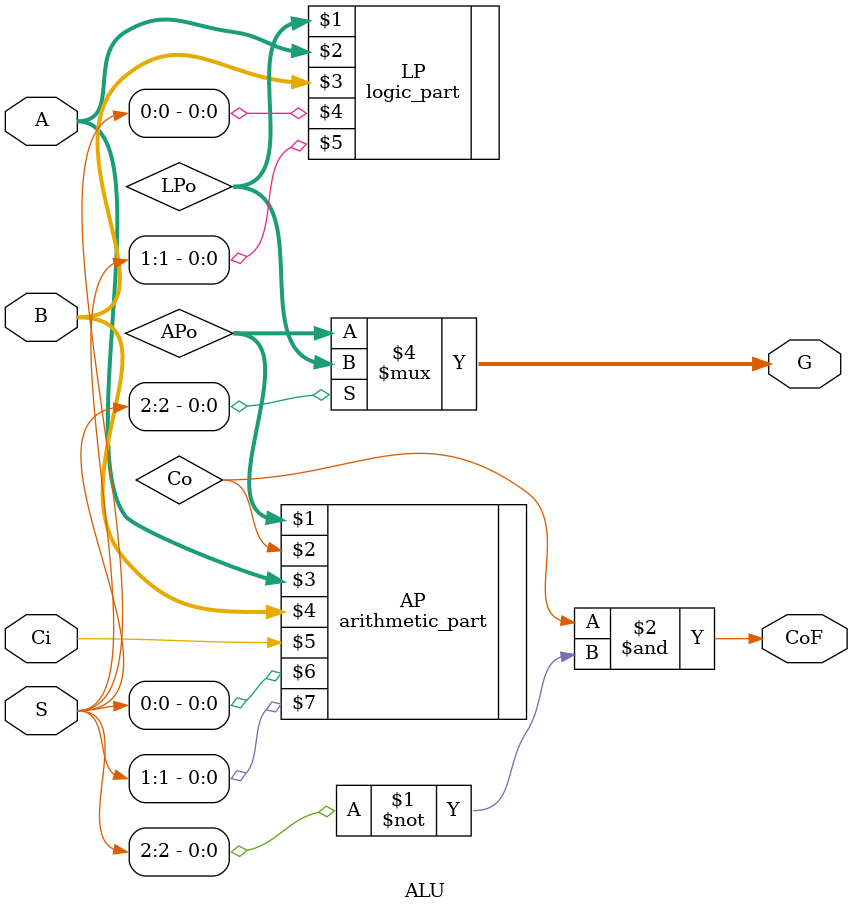
<source format=v>
module ALU(output [3:0] G,
           output       CoF,
			  input  [3:0] A,B,
			  input        Ci,
			  input  [2:0] S);

	wire [3:0] APo,LPo;
	wire       Co;
	
	arithmetic_part AP(APo,Co,A,B,Ci,S[0],S[1]);
	logic_part      LP(LPo,A,B,S[0],S[1]);
	
	assign CoF = (Co & ~S[2]);
	assign G = (S[2] == 0) ? APo : LPo;
	
endmodule

</source>
